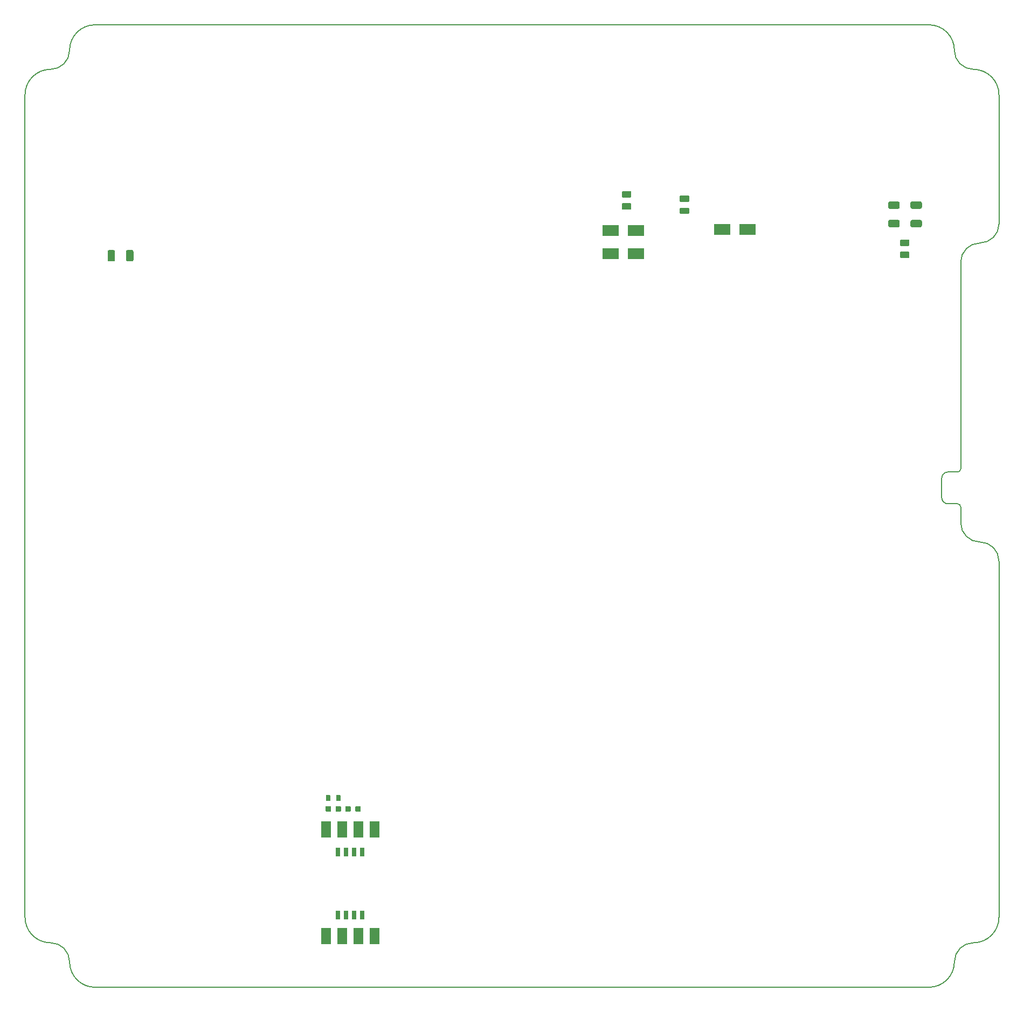
<source format=gtp>
G04 #@! TF.GenerationSoftware,KiCad,Pcbnew,(5.99.0-12439-g94954386e6)*
G04 #@! TF.CreationDate,2021-10-11T23:11:19+03:00*
G04 #@! TF.ProjectId,proteus125honda,70726f74-6575-4733-9132-35686f6e6461,rev?*
G04 #@! TF.SameCoordinates,PX5a995c0PYcfb5d40*
G04 #@! TF.FileFunction,Paste,Top*
G04 #@! TF.FilePolarity,Positive*
%FSLAX46Y46*%
G04 Gerber Fmt 4.6, Leading zero omitted, Abs format (unit mm)*
G04 Created by KiCad (PCBNEW (5.99.0-12439-g94954386e6)) date 2021-10-11 23:11:19*
%MOMM*%
%LPD*%
G01*
G04 APERTURE LIST*
G04 #@! TA.AperFunction,Profile*
%ADD10C,0.200000*%
G04 #@! TD*
%ADD11R,2.500000X1.800000*%
%ADD12O,0.000001X0.000001*%
%ADD13R,0.690000X1.350000*%
%ADD14R,1.520000X2.540000*%
G04 APERTURE END LIST*
D10*
X4000001Y144299999D02*
G75*
G03*
X7000000Y147300000I-1J3000000D01*
G01*
X153000000Y120000000D02*
X153000000Y140300000D01*
X6999996Y3999998D02*
G75*
G03*
X10999998Y0I4000000J2D01*
G01*
X11000000Y151300000D02*
X142000000Y151300000D01*
X149000002Y7000002D02*
G75*
G03*
X153000000Y11000000I0J3999998D01*
G01*
X146500000Y76000000D02*
X145000000Y76000000D01*
X11000000Y0D02*
X142000000Y0D01*
X144000003Y76999997D02*
G75*
G03*
X145000000Y76000000I999997J0D01*
G01*
X3999996Y7000002D02*
G75*
G02*
X-2Y11000000I0J3999998D01*
G01*
X144000000Y77000000D02*
X144000000Y80000000D01*
X147000000Y114000000D02*
G75*
G02*
X150000000Y117000000I3000000J0D01*
G01*
X149000000Y7000000D02*
G75*
G03*
X146000000Y4000000I0J-3000000D01*
G01*
X6999997Y147300001D02*
G75*
G02*
X11000000Y151300000I4000001J-2D01*
G01*
X-2Y11000000D02*
X0Y140300000D01*
X146000003Y147300001D02*
G75*
G03*
X142000000Y151300000I-4000001J-2D01*
G01*
X150000000Y70000000D02*
G75*
G02*
X153000000Y67000000I0J-3000000D01*
G01*
X145000000Y81000000D02*
X146500000Y81000000D01*
X3999998Y7000000D02*
G75*
G02*
X6999998Y4000000I0J-3000000D01*
G01*
X148999999Y144299999D02*
G75*
G02*
X146000000Y147300000I1J3000000D01*
G01*
X146500001Y76000001D02*
G75*
G02*
X147000000Y75500000I-1J-500000D01*
G01*
X146500001Y81000001D02*
G75*
G03*
X147000000Y81500000I0J499999D01*
G01*
X143999997Y80000003D02*
G75*
G02*
X145000000Y81000000I1000000J-3D01*
G01*
X147000000Y81500000D02*
X147000000Y114000000D01*
X147000000Y73000000D02*
X147000000Y75500000D01*
X150000000Y117000000D02*
G75*
G03*
X153000000Y120000000I0J3000000D01*
G01*
X146000002Y3999998D02*
G75*
G02*
X142000000Y0I-4000000J2D01*
G01*
X3999999Y144299999D02*
G75*
G03*
X0Y140300000I0J-3999999D01*
G01*
X147000000Y73000000D02*
G75*
G03*
X150000000Y70000000I3000000J0D01*
G01*
X153000000Y11000000D02*
X153000000Y67000000D01*
X149000001Y144299999D02*
G75*
G02*
X153000000Y140300000I0J-3999999D01*
G01*
D11*
G04 #@! TO.C,D2*
X113500001Y119100000D03*
X109500001Y119100000D03*
G04 #@! TD*
G04 #@! TO.C,R1*
G36*
G01*
X47266013Y29346999D02*
X47266013Y30126999D01*
G75*
G02*
X47336013Y30196999I70000J0D01*
G01*
X47896013Y30196999D01*
G75*
G02*
X47966013Y30126999I0J-70000D01*
G01*
X47966013Y29346999D01*
G75*
G02*
X47896013Y29276999I-70000J0D01*
G01*
X47336013Y29276999D01*
G75*
G02*
X47266013Y29346999I0J70000D01*
G01*
G37*
G36*
G01*
X48866013Y29346999D02*
X48866013Y30126999D01*
G75*
G02*
X48936013Y30196999I70000J0D01*
G01*
X49496013Y30196999D01*
G75*
G02*
X49566013Y30126999I0J-70000D01*
G01*
X49566013Y29346999D01*
G75*
G02*
X49496013Y29276999I-70000J0D01*
G01*
X48936013Y29276999D01*
G75*
G02*
X48866013Y29346999I0J70000D01*
G01*
G37*
G04 #@! TD*
G04 #@! TO.C,F2*
G36*
G01*
X135600000Y122605010D02*
X135600000Y123295010D01*
G75*
G02*
X135830000Y123525010I230000J0D01*
G01*
X137170000Y123525010D01*
G75*
G02*
X137400000Y123295010I0J-230000D01*
G01*
X137400000Y122605010D01*
G75*
G02*
X137170000Y122375010I-230000J0D01*
G01*
X135830000Y122375010D01*
G75*
G02*
X135600000Y122605010I0J230000D01*
G01*
G37*
G36*
G01*
X135600000Y119704990D02*
X135600000Y120394990D01*
G75*
G02*
X135830000Y120624990I230000J0D01*
G01*
X137170000Y120624990D01*
G75*
G02*
X137400000Y120394990I0J-230000D01*
G01*
X137400000Y119704990D01*
G75*
G02*
X137170000Y119474990I-230000J0D01*
G01*
X135830000Y119474990D01*
G75*
G02*
X135600000Y119704990I0J230000D01*
G01*
G37*
G04 #@! TD*
D12*
G04 #@! TO.C,M2*
X59556666Y18487500D03*
G04 #@! TD*
G04 #@! TO.C,F1*
G36*
G01*
X139100000Y122605010D02*
X139100000Y123295010D01*
G75*
G02*
X139330000Y123525010I230000J0D01*
G01*
X140670000Y123525010D01*
G75*
G02*
X140900000Y123295010I0J-230000D01*
G01*
X140900000Y122605010D01*
G75*
G02*
X140670000Y122375010I-230000J0D01*
G01*
X139330000Y122375010D01*
G75*
G02*
X139100000Y122605010I0J230000D01*
G01*
G37*
G36*
G01*
X139100000Y119704990D02*
X139100000Y120394990D01*
G75*
G02*
X139330000Y120624990I230000J0D01*
G01*
X140670000Y120624990D01*
G75*
G02*
X140900000Y120394990I0J-230000D01*
G01*
X140900000Y119704990D01*
G75*
G02*
X140670000Y119474990I-230000J0D01*
G01*
X139330000Y119474990D01*
G75*
G02*
X139100000Y119704990I0J230000D01*
G01*
G37*
G04 #@! TD*
G04 #@! TO.C,R2*
G36*
G01*
X102975000Y124450001D02*
X104225000Y124450001D01*
G75*
G02*
X104325000Y124350001I0J-100000D01*
G01*
X104325000Y123550001D01*
G75*
G02*
X104225000Y123450001I-100000J0D01*
G01*
X102975000Y123450001D01*
G75*
G02*
X102875000Y123550001I0J100000D01*
G01*
X102875000Y124350001D01*
G75*
G02*
X102975000Y124450001I100000J0D01*
G01*
G37*
G36*
G01*
X102975000Y122549979D02*
X104225000Y122549979D01*
G75*
G02*
X104325000Y122449979I0J-100000D01*
G01*
X104325000Y121649979D01*
G75*
G02*
X104225000Y121549979I-100000J0D01*
G01*
X102975000Y121549979D01*
G75*
G02*
X102875000Y121649979I0J100000D01*
G01*
X102875000Y122449979D01*
G75*
G02*
X102975000Y122549979I100000J0D01*
G01*
G37*
G04 #@! TD*
D11*
G04 #@! TO.C,D3*
X96000000Y119000000D03*
X92000000Y119000000D03*
G04 #@! TD*
G04 #@! TO.C,R4*
G36*
G01*
X137575000Y117550001D02*
X138825000Y117550001D01*
G75*
G02*
X138925000Y117450001I0J-100000D01*
G01*
X138925000Y116650001D01*
G75*
G02*
X138825000Y116550001I-100000J0D01*
G01*
X137575000Y116550001D01*
G75*
G02*
X137475000Y116650001I0J100000D01*
G01*
X137475000Y117450001D01*
G75*
G02*
X137575000Y117550001I100000J0D01*
G01*
G37*
G36*
G01*
X137575000Y115649979D02*
X138825000Y115649979D01*
G75*
G02*
X138925000Y115549979I0J-100000D01*
G01*
X138925000Y114749979D01*
G75*
G02*
X138825000Y114649979I-100000J0D01*
G01*
X137575000Y114649979D01*
G75*
G02*
X137475000Y114749979I0J100000D01*
G01*
X137475000Y115549979D01*
G75*
G02*
X137575000Y115649979I100000J0D01*
G01*
G37*
G04 #@! TD*
G04 #@! TO.C,C2*
G36*
G01*
X49641014Y28376999D02*
X49641014Y27696999D01*
G75*
G02*
X49556014Y27611999I-85000J0D01*
G01*
X48876014Y27611999D01*
G75*
G02*
X48791014Y27696999I0J85000D01*
G01*
X48791014Y28376999D01*
G75*
G02*
X48876014Y28461999I85000J0D01*
G01*
X49556014Y28461999D01*
G75*
G02*
X49641014Y28376999I0J-85000D01*
G01*
G37*
G36*
G01*
X48061012Y28376999D02*
X48061012Y27696999D01*
G75*
G02*
X47976012Y27611999I-85000J0D01*
G01*
X47296012Y27611999D01*
G75*
G02*
X47211012Y27696999I0J85000D01*
G01*
X47211012Y28376999D01*
G75*
G02*
X47296012Y28461999I85000J0D01*
G01*
X47976012Y28461999D01*
G75*
G02*
X48061012Y28376999I0J-85000D01*
G01*
G37*
G04 #@! TD*
G04 #@! TO.C,R3*
G36*
G01*
X93875000Y125150001D02*
X95125000Y125150001D01*
G75*
G02*
X95225000Y125050001I0J-100000D01*
G01*
X95225000Y124250001D01*
G75*
G02*
X95125000Y124150001I-100000J0D01*
G01*
X93875000Y124150001D01*
G75*
G02*
X93775000Y124250001I0J100000D01*
G01*
X93775000Y125050001D01*
G75*
G02*
X93875000Y125150001I100000J0D01*
G01*
G37*
G36*
G01*
X93875000Y123249979D02*
X95125000Y123249979D01*
G75*
G02*
X95225000Y123149979I0J-100000D01*
G01*
X95225000Y122349979D01*
G75*
G02*
X95125000Y122249979I-100000J0D01*
G01*
X93875000Y122249979D01*
G75*
G02*
X93775000Y122349979I0J100000D01*
G01*
X93775000Y123149979D01*
G75*
G02*
X93875000Y123249979I100000J0D01*
G01*
G37*
G04 #@! TD*
G04 #@! TO.C,D1*
X96000000Y115300000D03*
X92000000Y115300000D03*
G04 #@! TD*
G04 #@! TO.C,F3*
G36*
G01*
X13894990Y114100000D02*
X13204990Y114100000D01*
G75*
G02*
X12974990Y114330000I0J230000D01*
G01*
X12974990Y115670000D01*
G75*
G02*
X13204990Y115900000I230000J0D01*
G01*
X13894990Y115900000D01*
G75*
G02*
X14124990Y115670000I0J-230000D01*
G01*
X14124990Y114330000D01*
G75*
G02*
X13894990Y114100000I-230000J0D01*
G01*
G37*
G36*
G01*
X16795010Y114100000D02*
X16105010Y114100000D01*
G75*
G02*
X15875010Y114330000I0J230000D01*
G01*
X15875010Y115670000D01*
G75*
G02*
X16105010Y115900000I230000J0D01*
G01*
X16795010Y115900000D01*
G75*
G02*
X17025010Y115670000I0J-230000D01*
G01*
X17025010Y114330000D01*
G75*
G02*
X16795010Y114100000I-230000J0D01*
G01*
G37*
G04 #@! TD*
G04 #@! TO.C,C1*
G36*
G01*
X50301013Y27696999D02*
X50301013Y28376999D01*
G75*
G02*
X50386013Y28461999I85000J0D01*
G01*
X51066013Y28461999D01*
G75*
G02*
X51151013Y28376999I0J-85000D01*
G01*
X51151013Y27696999D01*
G75*
G02*
X51066013Y27611999I-85000J0D01*
G01*
X50386013Y27611999D01*
G75*
G02*
X50301013Y27696999I0J85000D01*
G01*
G37*
G36*
G01*
X51881015Y27696999D02*
X51881015Y28376999D01*
G75*
G02*
X51966015Y28461999I85000J0D01*
G01*
X52646015Y28461999D01*
G75*
G02*
X52731015Y28376999I0J-85000D01*
G01*
X52731015Y27696999D01*
G75*
G02*
X52646015Y27611999I-85000J0D01*
G01*
X51966015Y27611999D01*
G75*
G02*
X51881015Y27696999I0J85000D01*
G01*
G37*
G04 #@! TD*
D13*
G04 #@! TO.C,U1*
X53005000Y21226000D03*
D14*
X54905000Y24782000D03*
D13*
X51735000Y21226000D03*
D14*
X52365000Y24782000D03*
X49825000Y24782000D03*
D13*
X50465000Y21226000D03*
D14*
X47285000Y24782000D03*
D13*
X49195000Y21226000D03*
D14*
X47285000Y8018000D03*
D13*
X49195000Y11383500D03*
X50465000Y11383500D03*
D14*
X49825000Y8018000D03*
D13*
X51735000Y11383500D03*
D14*
X52365000Y8018000D03*
D13*
X53005000Y11383500D03*
D14*
X54905000Y8018000D03*
G04 #@! TD*
M02*

</source>
